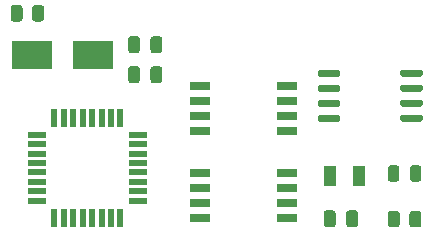
<source format=gbr>
%TF.GenerationSoftware,KiCad,Pcbnew,(5.1.8)-1*%
%TF.CreationDate,2020-12-16T21:52:19-05:00*%
%TF.ProjectId,Arduino Clone,41726475-696e-46f2-9043-6c6f6e652e6b,1.0*%
%TF.SameCoordinates,Original*%
%TF.FileFunction,Paste,Top*%
%TF.FilePolarity,Positive*%
%FSLAX46Y46*%
G04 Gerber Fmt 4.6, Leading zero omitted, Abs format (unit mm)*
G04 Created by KiCad (PCBNEW (5.1.8)-1) date 2020-12-16 21:52:19*
%MOMM*%
%LPD*%
G01*
G04 APERTURE LIST*
%ADD10R,1.700000X0.650000*%
%ADD11R,1.600000X0.550000*%
%ADD12R,0.550000X1.600000*%
%ADD13R,1.000000X1.800000*%
%ADD14R,3.500000X2.400000*%
G04 APERTURE END LIST*
%TO.C,C1*%
G36*
G01*
X161552000Y-107282000D02*
X161552000Y-106332000D01*
G75*
G02*
X161802000Y-106082000I250000J0D01*
G01*
X162302000Y-106082000D01*
G75*
G02*
X162552000Y-106332000I0J-250000D01*
G01*
X162552000Y-107282000D01*
G75*
G02*
X162302000Y-107532000I-250000J0D01*
G01*
X161802000Y-107532000D01*
G75*
G02*
X161552000Y-107282000I0J250000D01*
G01*
G37*
G36*
G01*
X159652000Y-107282000D02*
X159652000Y-106332000D01*
G75*
G02*
X159902000Y-106082000I250000J0D01*
G01*
X160402000Y-106082000D01*
G75*
G02*
X160652000Y-106332000I0J-250000D01*
G01*
X160652000Y-107282000D01*
G75*
G02*
X160402000Y-107532000I-250000J0D01*
G01*
X159902000Y-107532000D01*
G75*
G02*
X159652000Y-107282000I0J250000D01*
G01*
G37*
%TD*%
%TO.C,C2*%
G36*
G01*
X159652000Y-109822000D02*
X159652000Y-108872000D01*
G75*
G02*
X159902000Y-108622000I250000J0D01*
G01*
X160402000Y-108622000D01*
G75*
G02*
X160652000Y-108872000I0J-250000D01*
G01*
X160652000Y-109822000D01*
G75*
G02*
X160402000Y-110072000I-250000J0D01*
G01*
X159902000Y-110072000D01*
G75*
G02*
X159652000Y-109822000I0J250000D01*
G01*
G37*
G36*
G01*
X161552000Y-109822000D02*
X161552000Y-108872000D01*
G75*
G02*
X161802000Y-108622000I250000J0D01*
G01*
X162302000Y-108622000D01*
G75*
G02*
X162552000Y-108872000I0J-250000D01*
G01*
X162552000Y-109822000D01*
G75*
G02*
X162302000Y-110072000I-250000J0D01*
G01*
X161802000Y-110072000D01*
G75*
G02*
X161552000Y-109822000I0J250000D01*
G01*
G37*
%TD*%
%TO.C,C3*%
G36*
G01*
X176220000Y-122017000D02*
X176220000Y-121067000D01*
G75*
G02*
X176470000Y-120817000I250000J0D01*
G01*
X176970000Y-120817000D01*
G75*
G02*
X177220000Y-121067000I0J-250000D01*
G01*
X177220000Y-122017000D01*
G75*
G02*
X176970000Y-122267000I-250000J0D01*
G01*
X176470000Y-122267000D01*
G75*
G02*
X176220000Y-122017000I0J250000D01*
G01*
G37*
G36*
G01*
X178120000Y-122017000D02*
X178120000Y-121067000D01*
G75*
G02*
X178370000Y-120817000I250000J0D01*
G01*
X178870000Y-120817000D01*
G75*
G02*
X179120000Y-121067000I0J-250000D01*
G01*
X179120000Y-122017000D01*
G75*
G02*
X178870000Y-122267000I-250000J0D01*
G01*
X178370000Y-122267000D01*
G75*
G02*
X178120000Y-122017000I0J250000D01*
G01*
G37*
%TD*%
%TO.C,D1*%
G36*
G01*
X181645000Y-118170250D02*
X181645000Y-117257750D01*
G75*
G02*
X181888750Y-117014000I243750J0D01*
G01*
X182376250Y-117014000D01*
G75*
G02*
X182620000Y-117257750I0J-243750D01*
G01*
X182620000Y-118170250D01*
G75*
G02*
X182376250Y-118414000I-243750J0D01*
G01*
X181888750Y-118414000D01*
G75*
G02*
X181645000Y-118170250I0J243750D01*
G01*
G37*
G36*
G01*
X183520000Y-118170250D02*
X183520000Y-117257750D01*
G75*
G02*
X183763750Y-117014000I243750J0D01*
G01*
X184251250Y-117014000D01*
G75*
G02*
X184495000Y-117257750I0J-243750D01*
G01*
X184495000Y-118170250D01*
G75*
G02*
X184251250Y-118414000I-243750J0D01*
G01*
X183763750Y-118414000D01*
G75*
G02*
X183520000Y-118170250I0J243750D01*
G01*
G37*
%TD*%
%TO.C,R1*%
G36*
G01*
X183470000Y-122022001D02*
X183470000Y-121121999D01*
G75*
G02*
X183719999Y-120872000I249999J0D01*
G01*
X184245001Y-120872000D01*
G75*
G02*
X184495000Y-121121999I0J-249999D01*
G01*
X184495000Y-122022001D01*
G75*
G02*
X184245001Y-122272000I-249999J0D01*
G01*
X183719999Y-122272000D01*
G75*
G02*
X183470000Y-122022001I0J249999D01*
G01*
G37*
G36*
G01*
X181645000Y-122022001D02*
X181645000Y-121121999D01*
G75*
G02*
X181894999Y-120872000I249999J0D01*
G01*
X182420001Y-120872000D01*
G75*
G02*
X182670000Y-121121999I0J-249999D01*
G01*
X182670000Y-122022001D01*
G75*
G02*
X182420001Y-122272000I-249999J0D01*
G01*
X181894999Y-122272000D01*
G75*
G02*
X181645000Y-122022001I0J249999D01*
G01*
G37*
%TD*%
%TO.C,R2*%
G36*
G01*
X149705000Y-104590001D02*
X149705000Y-103689999D01*
G75*
G02*
X149954999Y-103440000I249999J0D01*
G01*
X150480001Y-103440000D01*
G75*
G02*
X150730000Y-103689999I0J-249999D01*
G01*
X150730000Y-104590001D01*
G75*
G02*
X150480001Y-104840000I-249999J0D01*
G01*
X149954999Y-104840000D01*
G75*
G02*
X149705000Y-104590001I0J249999D01*
G01*
G37*
G36*
G01*
X151530000Y-104590001D02*
X151530000Y-103689999D01*
G75*
G02*
X151779999Y-103440000I249999J0D01*
G01*
X152305001Y-103440000D01*
G75*
G02*
X152555000Y-103689999I0J-249999D01*
G01*
X152555000Y-104590001D01*
G75*
G02*
X152305001Y-104840000I-249999J0D01*
G01*
X151779999Y-104840000D01*
G75*
G02*
X151530000Y-104590001I0J249999D01*
G01*
G37*
%TD*%
D10*
%TO.C,U1*%
X165768000Y-117665000D03*
X165768000Y-118935000D03*
X165768000Y-120205000D03*
X165768000Y-121475000D03*
X173068000Y-121475000D03*
X173068000Y-120205000D03*
X173068000Y-118935000D03*
X173068000Y-117665000D03*
%TD*%
%TO.C,U2*%
X173068000Y-110299000D03*
X173068000Y-111569000D03*
X173068000Y-112839000D03*
X173068000Y-114109000D03*
X165768000Y-114109000D03*
X165768000Y-112839000D03*
X165768000Y-111569000D03*
X165768000Y-110299000D03*
%TD*%
%TO.C,U3*%
G36*
G01*
X175700000Y-109370000D02*
X175700000Y-109070000D01*
G75*
G02*
X175850000Y-108920000I150000J0D01*
G01*
X177450000Y-108920000D01*
G75*
G02*
X177600000Y-109070000I0J-150000D01*
G01*
X177600000Y-109370000D01*
G75*
G02*
X177450000Y-109520000I-150000J0D01*
G01*
X175850000Y-109520000D01*
G75*
G02*
X175700000Y-109370000I0J150000D01*
G01*
G37*
G36*
G01*
X175700000Y-110640000D02*
X175700000Y-110340000D01*
G75*
G02*
X175850000Y-110190000I150000J0D01*
G01*
X177450000Y-110190000D01*
G75*
G02*
X177600000Y-110340000I0J-150000D01*
G01*
X177600000Y-110640000D01*
G75*
G02*
X177450000Y-110790000I-150000J0D01*
G01*
X175850000Y-110790000D01*
G75*
G02*
X175700000Y-110640000I0J150000D01*
G01*
G37*
G36*
G01*
X175700000Y-111910000D02*
X175700000Y-111610000D01*
G75*
G02*
X175850000Y-111460000I150000J0D01*
G01*
X177450000Y-111460000D01*
G75*
G02*
X177600000Y-111610000I0J-150000D01*
G01*
X177600000Y-111910000D01*
G75*
G02*
X177450000Y-112060000I-150000J0D01*
G01*
X175850000Y-112060000D01*
G75*
G02*
X175700000Y-111910000I0J150000D01*
G01*
G37*
G36*
G01*
X175700000Y-113180000D02*
X175700000Y-112880000D01*
G75*
G02*
X175850000Y-112730000I150000J0D01*
G01*
X177450000Y-112730000D01*
G75*
G02*
X177600000Y-112880000I0J-150000D01*
G01*
X177600000Y-113180000D01*
G75*
G02*
X177450000Y-113330000I-150000J0D01*
G01*
X175850000Y-113330000D01*
G75*
G02*
X175700000Y-113180000I0J150000D01*
G01*
G37*
G36*
G01*
X182700000Y-113180000D02*
X182700000Y-112880000D01*
G75*
G02*
X182850000Y-112730000I150000J0D01*
G01*
X184450000Y-112730000D01*
G75*
G02*
X184600000Y-112880000I0J-150000D01*
G01*
X184600000Y-113180000D01*
G75*
G02*
X184450000Y-113330000I-150000J0D01*
G01*
X182850000Y-113330000D01*
G75*
G02*
X182700000Y-113180000I0J150000D01*
G01*
G37*
G36*
G01*
X182700000Y-111910000D02*
X182700000Y-111610000D01*
G75*
G02*
X182850000Y-111460000I150000J0D01*
G01*
X184450000Y-111460000D01*
G75*
G02*
X184600000Y-111610000I0J-150000D01*
G01*
X184600000Y-111910000D01*
G75*
G02*
X184450000Y-112060000I-150000J0D01*
G01*
X182850000Y-112060000D01*
G75*
G02*
X182700000Y-111910000I0J150000D01*
G01*
G37*
G36*
G01*
X182700000Y-110640000D02*
X182700000Y-110340000D01*
G75*
G02*
X182850000Y-110190000I150000J0D01*
G01*
X184450000Y-110190000D01*
G75*
G02*
X184600000Y-110340000I0J-150000D01*
G01*
X184600000Y-110640000D01*
G75*
G02*
X184450000Y-110790000I-150000J0D01*
G01*
X182850000Y-110790000D01*
G75*
G02*
X182700000Y-110640000I0J150000D01*
G01*
G37*
G36*
G01*
X182700000Y-109370000D02*
X182700000Y-109070000D01*
G75*
G02*
X182850000Y-108920000I150000J0D01*
G01*
X184450000Y-108920000D01*
G75*
G02*
X184600000Y-109070000I0J-150000D01*
G01*
X184600000Y-109370000D01*
G75*
G02*
X184450000Y-109520000I-150000J0D01*
G01*
X182850000Y-109520000D01*
G75*
G02*
X182700000Y-109370000I0J150000D01*
G01*
G37*
%TD*%
D11*
%TO.C,U4*%
X151960000Y-114421000D03*
X151960000Y-115221000D03*
X151960000Y-116021000D03*
X151960000Y-116821000D03*
X151960000Y-117621000D03*
X151960000Y-118421000D03*
X151960000Y-119221000D03*
X151960000Y-120021000D03*
D12*
X153410000Y-121471000D03*
X154210000Y-121471000D03*
X155010000Y-121471000D03*
X155810000Y-121471000D03*
X156610000Y-121471000D03*
X157410000Y-121471000D03*
X158210000Y-121471000D03*
X159010000Y-121471000D03*
D11*
X160460000Y-120021000D03*
X160460000Y-119221000D03*
X160460000Y-118421000D03*
X160460000Y-117621000D03*
X160460000Y-116821000D03*
X160460000Y-116021000D03*
X160460000Y-115221000D03*
X160460000Y-114421000D03*
D12*
X159010000Y-112971000D03*
X158210000Y-112971000D03*
X157410000Y-112971000D03*
X156610000Y-112971000D03*
X155810000Y-112971000D03*
X155010000Y-112971000D03*
X154210000Y-112971000D03*
X153410000Y-112971000D03*
%TD*%
D13*
%TO.C,Y1*%
X176720000Y-117920000D03*
X179220000Y-117920000D03*
%TD*%
D14*
%TO.C,Y2*%
X151518000Y-107696000D03*
X156718000Y-107696000D03*
%TD*%
M02*

</source>
